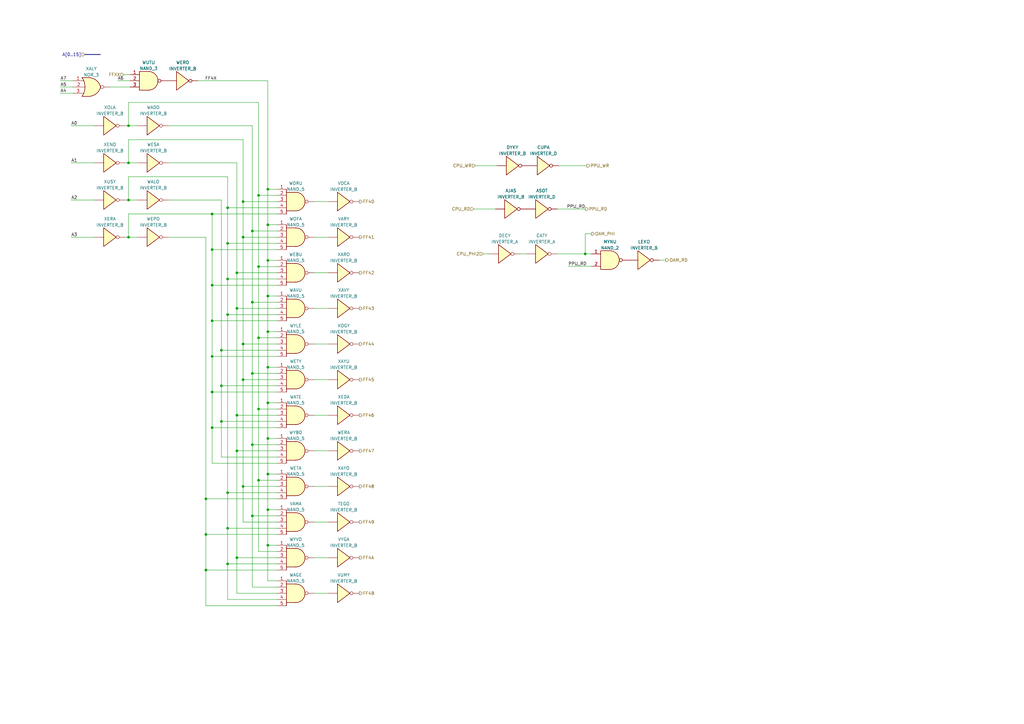
<source format=kicad_sch>
(kicad_sch (version 20211123) (generator eeschema)
  (paper "A3")
  (title_block (title "DMG CPU B") (date "2022-05-02") (rev "0") (company "CC-BY-SA-4.0 Régis Galland & Michael Singer -- Derived work from Furrtek") (comment 1 "https://github.com/msinger/dmg-schematics"))
  (lib_symbols
    (symbol "DMG_CPU_Cells:INVERTER_A" (pin_numbers hide) (pin_names hide)
      (property "Reference" "U?" (at 0 5.08 0))
      (property "Value" "INVERTER_A" (at 0 -5.08 0))
      (symbol "INVERTER_A_1_0"
        (polyline (pts (xy -2.54 3.81) (xy -2.54 -3.81) (xy 2.54 0) (xy -2.54 3.81)) (stroke (width 0.254)) (fill (type background)))
        (pin input line (at -6.35 0 0) (length 3.81) (name "~") (number "1"))
        (pin output inverted (at 6.35 0 180) (length 3.81) (name "~") (number "2"))
      )
    )
    (symbol "DMG_CPU_Cells:INVERTER_B" (pin_numbers hide) (pin_names hide)
      (property "Reference" "U?" (at 0 5.08 0))
      (property "Value" "INVERTER_B" (at 0 -5.08 0))
      (symbol "INVERTER_B_1_0"
        (polyline (pts (xy -2.54 3.81) (xy -2.54 -3.81) (xy 2.54 0) (xy -2.54 3.81)) (stroke (width 0.254)) (fill (type background)))
        (pin input line (at -6.35 0 0) (length 3.81) (name "~") (number "1"))
        (pin output inverted (at 6.35 0 180) (length 3.81) (name "~") (number "2"))
      )
    )
    (symbol "DMG_CPU_Cells:INVERTER_D" (pin_numbers hide) (pin_names hide)
      (property "Reference" "U?" (at 0 5.08 0))
      (property "Value" "INVERTER_D" (at 0 -5.08 0))
      (symbol "INVERTER_D_1_0"
        (polyline (pts (xy -2.54 3.81) (xy -2.54 -3.81) (xy 2.54 0) (xy -2.54 3.81)) (stroke (width 0.254)) (fill (type background)))
        (pin input line (at -6.35 0 0) (length 3.81) (name "~") (number "1"))
        (pin output inverted (at 6.35 0 180) (length 3.81) (name "~") (number "2"))
      )
    )
    (symbol "DMG_CPU_Cells:NAND_2" (pin_names hide)
      (property "Reference" "U" (at 0 5.08 0))
      (property "Value" "NAND_2" (at 0 -5.08 0))
      (symbol "NAND_2_1_1"
        (arc (start 0 -3.81) (mid 3.81 0) (end 0 3.81) (stroke (width 0.254)) (fill (type background)))
        (polyline (pts (xy 0 3.81) (xy -3.81 3.81) (xy -3.81 -3.81) (xy 0 -3.81)) (stroke (width 0.254)) (fill (type background)))
        (pin input line (at -7.62 2.54 0) (length 3.81) (name "~") (number "1"))
        (pin input line (at -7.62 -2.54 0) (length 3.81) (name "~") (number "2"))
        (pin output inverted (at 7.62 0 180) (length 3.81) (name "~") (number "3"))
      )
    )
    (symbol "DMG_CPU_Cells:NAND_3" (pin_names hide)
      (property "Reference" "U" (at 0 5.08 0))
      (property "Value" "NAND_3" (at 0 -5.08 0))
      (symbol "NAND_3_1_1"
        (arc (start 0 -3.81) (mid 3.81 0) (end 0 3.81) (stroke (width 0.254)) (fill (type background)))
        (polyline (pts (xy 0 3.81) (xy -3.81 3.81) (xy -3.81 -3.81) (xy 0 -3.81)) (stroke (width 0.254)) (fill (type background)))
        (pin input line (at -7.62 2.54 0) (length 3.81) (name "~") (number "1"))
        (pin input line (at -7.62 0 0) (length 3.81) (name "~") (number "2"))
        (pin input line (at -7.62 -2.54 0) (length 3.81) (name "~") (number "3"))
        (pin output inverted (at 7.62 0 180) (length 3.81) (name "~") (number "4"))
      )
    )
    (symbol "DMG_CPU_Cells:NAND_5" (pin_names hide)
      (property "Reference" "U" (at 0 6.35 0))
      (property "Value" "NAND_5" (at 0 -6.35 0))
      (symbol "NAND_5_1_1"
        (arc (start 0 -3.81) (mid 3.81 0) (end 0 3.81) (stroke (width 0.254)) (fill (type background)))
        (polyline (pts (xy -3.81 -3.81) (xy -3.81 -5.08)) (stroke (width 0.254)) (fill (type background)))
        (polyline (pts (xy -3.81 5.08) (xy -3.81 3.81)) (stroke (width 0.254)) (fill (type background)))
        (polyline (pts (xy 0 3.81) (xy -3.81 3.81) (xy -3.81 -3.81) (xy 0 -3.81)) (stroke (width 0.254)) (fill (type background)))
        (pin input line (at -7.62 5.08 0) (length 3.81) (name "~") (number "1"))
        (pin input line (at -7.62 2.54 0) (length 3.81) (name "~") (number "2"))
        (pin input line (at -7.62 0 0) (length 3.81) (name "~") (number "3"))
        (pin input line (at -7.62 -2.54 0) (length 3.81) (name "~") (number "4"))
        (pin input line (at -7.62 -5.08 0) (length 3.81) (name "~") (number "5"))
        (pin output inverted (at 7.62 0 180) (length 3.81) (name "~") (number "6"))
      )
    )
    (symbol "DMG_CPU_Cells:NOR_3" (pin_names hide)
      (property "Reference" "U" (at 0 5.08 0))
      (property "Value" "NOR_3" (at 0 -5.08 0))
      (symbol "NOR_3_1_1"
        (arc (start -3.8102 -3.81) (mid -2.5892 0) (end -3.8102 3.81) (stroke (width 0.254)))
        (arc (start -0.6098 -3.81) (mid 2.1853 -2.584) (end 3.8098 0) (stroke (width 0.254)) (fill (type background)))
        (polyline (pts (xy -3.8102 -3.81) (xy -0.6352 -3.81)) (stroke (width 0.254)) (fill (type background)))
        (polyline (pts (xy -3.8102 3.81) (xy -0.6352 3.81)) (stroke (width 0.254)) (fill (type background)))
        (polyline (pts (xy -0.6352 3.81) (xy -3.8102 3.81) (xy -3.8102 3.81) (xy -3.5562 3.4036) (xy -3.0228 2.2606) (xy -2.6926 1.0414) (xy -2.6164 -0.254) (xy -2.7688 -1.4986) (xy -3.1752 -2.7178) (xy -3.8102 -3.81) (xy -3.8102 -3.81) (xy -0.6352 -3.81)) (stroke (width -25.4)) (fill (type background)))
        (arc (start 3.8098 0) (mid 2.1926 2.5925) (end -0.6098 3.81) (stroke (width 0.254)) (fill (type background)))
        (pin input line (at -7.62 2.54 0) (length 4.4) (name "~") (number "1"))
        (pin input line (at -7.62 0 0) (length 4.9) (name "~") (number "2"))
        (pin input line (at -7.62 -2.54 0) (length 4.4) (name "~") (number "3"))
        (pin output inverted (at 7.62 0 180) (length 3.81) (name "~") (number "4"))
      )
    )
  )
  (junction (at 52.705 82.042))
  (junction (at 106.045 196.977))
  (junction (at 86.995 160.782))
  (junction (at 86.995 146.177))
  (junction (at 99.695 141.097))
  (junction (at 109.855 209.042))
  (junction (at 84.455 204.597))
  (junction (at 109.855 194.437))
  (junction (at 106.045 80.137))
  (junction (at 103.505 94.742))
  (junction (at 86.995 175.387))
  (junction (at 97.155 111.887))
  (junction (at 109.855 77.597))
  (junction (at 84.455 219.202))
  (junction (at 84.455 233.807))
  (junction (at 97.155 228.727))
  (junction (at 109.855 92.202))
  (junction (at 109.855 106.807))
  (junction (at 93.345 85.217))
  (junction (at 99.695 199.517))
  (junction (at 106.045 167.767))
  (junction (at 93.345 202.057))
  (junction (at 109.855 223.647))
  (junction (at 109.855 136.017))
  (junction (at 86.995 87.757))
  (junction (at 93.345 114.427))
  (junction (at 93.345 231.267))
  (junction (at 52.705 66.802))
  (junction (at 97.155 184.912))
  (junction (at 103.505 182.372))
  (junction (at 90.805 172.847))
  (junction (at 86.995 102.362))
  (junction (at 109.855 165.227))
  (junction (at 109.855 179.832))
  (junction (at 52.705 51.562))
  (junction (at 99.695 155.702))
  (junction (at 103.505 123.952))
  (junction (at 90.805 158.242))
  (junction (at 103.505 211.582))
  (junction (at 106.045 109.347))
  (junction (at 93.345 216.662))
  (junction (at 86.995 131.572))
  (junction (at 52.705 97.282))
  (junction (at 109.855 150.622))
  (junction (at 97.155 126.492))
  (junction (at 86.995 116.967))
  (junction (at 106.045 138.557))
  (junction (at 103.505 153.162))
  (junction (at 93.345 129.032))
  (junction (at 109.855 121.412))
  (junction (at 99.695 97.282))
  (junction (at 93.345 99.822))
  (junction (at 97.155 170.307))
  (junction (at 99.695 82.677))
  (junction (at 90.805 143.637))
  (junction (at 240.03 104.14))
  (wire (pts (xy 86.995 116.967) (xy 86.995 131.572)))
  (wire (pts (xy 109.855 106.807) (xy 113.665 106.807)))
  (wire (pts (xy 86.995 87.757) (xy 86.995 102.362)))
  (wire (pts (xy 109.855 194.437) (xy 109.855 209.042)))
  (wire (pts (xy 109.855 209.042) (xy 113.665 209.042)))
  (wire (pts (xy 51.435 51.562) (xy 52.705 51.562)))
  (wire (pts (xy 84.455 233.807) (xy 113.665 233.807)))
  (wire (pts (xy 109.855 77.597) (xy 113.665 77.597)))
  (wire (pts (xy 90.805 158.242) (xy 90.805 172.847)))
  (wire (pts (xy 97.155 243.332) (xy 113.665 243.332)))
  (wire (pts (xy 109.855 33.147) (xy 109.855 77.597)))
  (wire (pts (xy 90.805 82.042) (xy 90.805 143.637)))
  (wire (pts (xy 134.62 170.307) (xy 128.905 170.307)))
  (wire (pts (xy 56.515 51.562) (xy 52.705 51.562)))
  (wire (pts (xy 29.21 51.562) (xy 38.735 51.562)))
  (wire (pts (xy 84.455 233.807) (xy 84.455 248.412)))
  (wire (pts (xy 99.695 97.282) (xy 99.695 141.097)))
  (wire (pts (xy 109.855 194.437) (xy 113.665 194.437)))
  (wire (pts (xy 51.435 82.042) (xy 52.705 82.042)))
  (wire (pts (xy 240.665 67.945) (xy 229.235 67.945)))
  (wire (pts (xy 103.505 182.372) (xy 113.665 182.372)))
  (wire (pts (xy 51.435 97.282) (xy 52.705 97.282)))
  (wire (pts (xy 97.155 126.492) (xy 97.155 170.307)))
  (wire (pts (xy 93.345 99.822) (xy 93.345 114.427)))
  (wire (pts (xy 103.505 123.952) (xy 113.665 123.952)))
  (wire (pts (xy 90.805 158.242) (xy 113.665 158.242)))
  (wire (pts (xy 270.51 106.68) (xy 273.05 106.68)))
  (wire (pts (xy 109.855 106.807) (xy 109.855 121.412)))
  (wire (pts (xy 86.995 189.992) (xy 86.995 175.387)))
  (wire (pts (xy 109.855 209.042) (xy 109.855 223.647)))
  (wire (pts (xy 113.665 245.872) (xy 93.345 245.872)))
  (wire (pts (xy 134.62 155.702) (xy 128.905 155.702)))
  (wire (pts (xy 106.045 80.137) (xy 106.045 109.347)))
  (wire (pts (xy 86.995 160.782) (xy 86.995 175.387)))
  (wire (pts (xy 106.045 167.767) (xy 106.045 196.977)))
  (wire (pts (xy 113.665 196.977) (xy 106.045 196.977)))
  (wire (pts (xy 93.345 216.662) (xy 93.345 231.267)))
  (wire (pts (xy 106.045 226.187) (xy 113.665 226.187)))
  (wire (pts (xy 106.045 138.557) (xy 113.665 138.557)))
  (wire (pts (xy 48.26 33.147) (xy 53.34 33.147)))
  (wire (pts (xy 86.995 146.177) (xy 113.665 146.177)))
  (wire (pts (xy 109.855 136.017) (xy 113.665 136.017)))
  (wire (pts (xy 99.695 141.097) (xy 113.665 141.097)))
  (wire (pts (xy 109.855 238.252) (xy 113.665 238.252)))
  (wire (pts (xy 93.345 129.032) (xy 113.665 129.032)))
  (wire (pts (xy 90.805 143.637) (xy 113.665 143.637)))
  (wire (pts (xy 97.155 111.887) (xy 97.155 126.492)))
  (wire (pts (xy 51.435 66.802) (xy 52.705 66.802)))
  (wire (pts (xy 109.855 223.647) (xy 109.855 238.252)))
  (wire (pts (xy 134.62 97.282) (xy 128.905 97.282)))
  (wire (pts (xy 93.345 99.822) (xy 113.665 99.822)))
  (wire (pts (xy 29.21 82.042) (xy 38.735 82.042)))
  (wire (pts (xy 97.155 170.307) (xy 97.155 184.912)))
  (wire (pts (xy 90.805 143.637) (xy 90.805 158.242)))
  (wire (pts (xy 134.62 141.097) (xy 128.905 141.097)))
  (wire (pts (xy 86.995 131.572) (xy 113.665 131.572)))
  (wire (pts (xy 93.345 114.427) (xy 113.665 114.427)))
  (wire (pts (xy 134.62 126.492) (xy 128.905 126.492)))
  (wire (pts (xy 213.36 104.14) (xy 215.9 104.14)))
  (wire (pts (xy 109.855 150.622) (xy 113.665 150.622)))
  (wire (pts (xy 134.62 82.677) (xy 128.905 82.677)))
  (wire (pts (xy 84.455 219.202) (xy 84.455 233.807)))
  (wire (pts (xy 134.62 111.887) (xy 128.905 111.887)))
  (wire (pts (xy 99.695 141.097) (xy 99.695 155.702)))
  (wire (pts (xy 233.045 109.22) (xy 242.57 109.22)))
  (wire (pts (xy 109.855 179.832) (xy 113.665 179.832)))
  (wire (pts (xy 86.995 146.177) (xy 86.995 160.782)))
  (wire (pts (xy 103.505 123.952) (xy 103.505 153.162)))
  (wire (pts (xy 45.085 35.687) (xy 53.34 35.687)))
  (wire (pts (xy 93.345 245.872) (xy 93.345 231.267)))
  (wire (pts (xy 109.855 92.202) (xy 109.855 106.807)))
  (wire (pts (xy 134.62 199.517) (xy 128.905 199.517)))
  (wire (pts (xy 240.03 104.14) (xy 242.57 104.14)))
  (wire (pts (xy 93.345 129.032) (xy 93.345 202.057)))
  (wire (pts (xy 109.855 223.647) (xy 113.665 223.647)))
  (wire (pts (xy 106.045 196.977) (xy 106.045 226.187)))
  (wire (pts (xy 93.345 216.662) (xy 113.665 216.662)))
  (wire (pts (xy 24.765 38.227) (xy 29.845 38.227)))
  (wire (pts (xy 103.505 94.742) (xy 103.505 123.952)))
  (wire (pts (xy 93.345 85.217) (xy 93.345 99.822)))
  (wire (pts (xy 99.695 199.517) (xy 99.695 214.122)))
  (wire (pts (xy 106.045 42.037) (xy 106.045 80.137)))
  (wire (pts (xy 99.695 155.702) (xy 113.665 155.702)))
  (wire (pts (xy 97.155 184.912) (xy 113.665 184.912)))
  (wire (pts (xy 103.505 182.372) (xy 103.505 211.582)))
  (wire (pts (xy 56.515 97.282) (xy 52.705 97.282)))
  (wire (pts (xy 69.215 97.282) (xy 84.455 97.282)))
  (wire (pts (xy 106.045 167.767) (xy 113.665 167.767)))
  (wire (pts (xy 86.995 160.782) (xy 113.665 160.782)))
  (wire (pts (xy 52.705 57.277) (xy 99.695 57.277)))
  (wire (pts (xy 90.805 172.847) (xy 90.805 187.452)))
  (wire (pts (xy 97.155 66.802) (xy 97.155 111.887)))
  (wire (pts (xy 99.695 199.517) (xy 113.665 199.517)))
  (wire (pts (xy 93.345 72.517) (xy 93.345 85.217)))
  (wire (pts (xy 50.8 30.607) (xy 53.34 30.607)))
  (wire (pts (xy 106.045 80.137) (xy 113.665 80.137)))
  (wire (pts (xy 97.155 228.727) (xy 113.665 228.727)))
  (wire (pts (xy 69.215 51.562) (xy 103.505 51.562)))
  (wire (pts (xy 24.765 35.687) (xy 29.845 35.687)))
  (wire (pts (xy 109.855 165.227) (xy 109.855 179.832)))
  (wire (pts (xy 52.705 87.757) (xy 86.995 87.757)))
  (wire (pts (xy 99.695 82.677) (xy 113.665 82.677)))
  (wire (pts (xy 52.705 87.757) (xy 52.705 97.282)))
  (wire (pts (xy 134.62 243.332) (xy 128.905 243.332)))
  (wire (pts (xy 134.62 184.912) (xy 128.905 184.912)))
  (wire (pts (xy 86.995 102.362) (xy 86.995 116.967)))
  (wire (pts (xy 109.855 77.597) (xy 109.855 92.202)))
  (wire (pts (xy 29.21 66.802) (xy 38.735 66.802)))
  (wire (pts (xy 93.345 202.057) (xy 113.665 202.057)))
  (wire (pts (xy 106.045 138.557) (xy 106.045 167.767)))
  (wire (pts (xy 106.045 109.347) (xy 113.665 109.347)))
  (wire (pts (xy 103.505 94.742) (xy 113.665 94.742)))
  (wire (pts (xy 90.805 172.847) (xy 113.665 172.847)))
  (wire (pts (xy 198.12 104.14) (xy 200.66 104.14)))
  (wire (pts (xy 86.995 87.757) (xy 113.665 87.757)))
  (wire (pts (xy 97.155 111.887) (xy 113.665 111.887)))
  (wire (pts (xy 93.345 202.057) (xy 93.345 216.662)))
  (wire (pts (xy 90.805 187.452) (xy 113.665 187.452)))
  (wire (pts (xy 109.855 165.227) (xy 113.665 165.227)))
  (wire (pts (xy 113.665 175.387) (xy 86.995 175.387)))
  (wire (pts (xy 29.21 97.282) (xy 38.735 97.282)))
  (wire (pts (xy 106.045 109.347) (xy 106.045 138.557)))
  (wire (pts (xy 109.855 179.832) (xy 109.855 194.437)))
  (wire (pts (xy 97.155 228.727) (xy 97.155 243.332)))
  (wire (pts (xy 103.505 240.792) (xy 113.665 240.792)))
  (wire (pts (xy 242.57 95.885) (xy 240.03 95.885)))
  (wire (pts (xy 103.505 153.162) (xy 103.505 182.372)))
  (wire (pts (xy 56.515 82.042) (xy 52.705 82.042)))
  (wire (pts (xy 99.695 97.282) (xy 113.665 97.282)))
  (wire (pts (xy 86.995 116.967) (xy 113.665 116.967)))
  (wire (pts (xy 81.28 33.147) (xy 109.855 33.147)))
  (wire (pts (xy 103.505 51.562) (xy 103.505 94.742)))
  (wire (pts (xy 52.705 51.562) (xy 52.705 42.037)))
  (wire (pts (xy 134.62 214.122) (xy 128.905 214.122)))
  (wire (pts (xy 86.995 102.362) (xy 113.665 102.362)))
  (wire (pts (xy 103.505 211.582) (xy 113.665 211.582)))
  (wire (pts (xy 84.455 97.282) (xy 84.455 204.597)))
  (wire (pts (xy 93.345 114.427) (xy 93.345 129.032)))
  (wire (pts (xy 103.505 153.162) (xy 113.665 153.162)))
  (wire (pts (xy 240.03 85.725) (xy 228.6 85.725)))
  (wire (pts (xy 99.695 57.277) (xy 99.695 82.677)))
  (wire (pts (xy 84.455 248.412) (xy 113.665 248.412)))
  (wire (pts (xy 109.855 121.412) (xy 113.665 121.412)))
  (wire (pts (xy 86.995 131.572) (xy 86.995 146.177)))
  (wire (pts (xy 52.705 66.802) (xy 52.705 57.277)))
  (wire (pts (xy 69.215 66.802) (xy 97.155 66.802)))
  (wire (pts (xy 99.695 155.702) (xy 99.695 199.517)))
  (wire (pts (xy 99.695 82.677) (xy 99.695 97.282)))
  (wire (pts (xy 24.765 33.147) (xy 29.845 33.147)))
  (wire (pts (xy 113.665 231.267) (xy 93.345 231.267)))
  (wire (pts (xy 52.705 42.037) (xy 106.045 42.037)))
  (wire (pts (xy 56.515 66.802) (xy 52.705 66.802)))
  (wire (pts (xy 103.505 211.582) (xy 103.505 240.792)))
  (wire (pts (xy 93.345 85.217) (xy 113.665 85.217)))
  (wire (pts (xy 97.155 170.307) (xy 113.665 170.307)))
  (wire (pts (xy 97.155 184.912) (xy 97.155 228.727)))
  (wire (pts (xy 84.455 204.597) (xy 84.455 219.202)))
  (wire (pts (xy 109.855 150.622) (xy 109.855 165.227)))
  (wire (pts (xy 52.705 72.517) (xy 93.345 72.517)))
  (bus (pts (xy 34.798 22.352) (xy 41.148 22.352)))
  (wire (pts (xy 109.855 136.017) (xy 109.855 150.622)))
  (wire (pts (xy 84.455 204.597) (xy 113.665 204.597)))
  (wire (pts (xy 69.215 82.042) (xy 90.805 82.042)))
  (wire (pts (xy 97.155 126.492) (xy 113.665 126.492)))
  (wire (pts (xy 52.705 82.042) (xy 52.705 72.517)))
  (wire (pts (xy 194.31 85.725) (xy 203.2 85.725)))
  (wire (pts (xy 240.03 95.885) (xy 240.03 104.14)))
  (wire (pts (xy 194.945 67.945) (xy 203.835 67.945)))
  (wire (pts (xy 99.695 214.122) (xy 113.665 214.122)))
  (wire (pts (xy 134.62 228.727) (xy 128.905 228.727)))
  (wire (pts (xy 113.665 189.992) (xy 86.995 189.992)))
  (wire (pts (xy 109.855 92.202) (xy 113.665 92.202)))
  (wire (pts (xy 84.455 219.202) (xy 113.665 219.202)))
  (wire (pts (xy 109.855 121.412) (xy 109.855 136.017)))
  (wire (pts (xy 240.03 104.14) (xy 228.6 104.14)))
  (label "A4" (at 24.765 38.227 0))
  (label "A5" (at 24.765 35.687 0))
  (label "A3" (at 29.21 97.282 0))
  (label "A6" (at 48.26 33.147 0))
  (label "A7" (at 24.765 33.147 0))
  (label "A2" (at 29.21 82.042 0))
  (label "PPU_RD" (at 240.03 85.725 180))
  (label "A1" (at 29.21 66.802 0))
  (label "A0" (at 29.21 51.562 0))
  (label "PPU_RD" (at 233.045 109.22 0))
  (label "FF4X" (at 88.9 33.147 180))
  (hierarchical_label "CPU_WR" (shape input) (at 194.945 67.945 180))
  (hierarchical_label "FF46" (shape output) (at 147.32 170.307 0))
  (hierarchical_label "PPU_RD" (shape output) (at 240.03 85.725 0))
  (hierarchical_label "FF45" (shape output) (at 147.32 155.702 0))
  (hierarchical_label "FF47" (shape output) (at 147.32 184.912 0))
  (hierarchical_label "FF43" (shape output) (at 147.32 126.492 0))
  (hierarchical_label "FF4B" (shape output) (at 147.32 243.332 0))
  (hierarchical_label "FF44" (shape output) (at 147.32 141.097 0))
  (hierarchical_label "FF40" (shape output) (at 147.32 82.677 0))
  (hierarchical_label "A[0..15]" (shape input) (at 34.798 22.352 180))
  (hierarchical_label "PPU_WR" (shape output) (at 240.665 67.945 0))
  (hierarchical_label "FF41" (shape output) (at 147.32 97.282 0))
  (hierarchical_label "FF48" (shape output) (at 147.32 199.517 0))
  (hierarchical_label "OAM_RD" (shape output) (at 273.05 106.68 0))
  (hierarchical_label "FF4A" (shape output) (at 147.32 228.727 0))
  (hierarchical_label "CPU_RD" (shape input) (at 194.31 85.725 180))
  (hierarchical_label "FFXX" (shape input) (at 50.8 30.607 180))
  (hierarchical_label "OAM_PHI" (shape output) (at 242.57 95.885 0))
  (hierarchical_label "CPU_PHI2" (shape input) (at 198.12 104.14 180))
  (hierarchical_label "FF42" (shape output) (at 147.32 111.887 0))
  (hierarchical_label "FF49" (shape output) (at 147.32 214.122 0))
  (symbol (lib_id "DMG_CPU_Cells:INVERTER_A") (at 222.25 104.14 0) (unit 1)
    (property "Reference" "CATY" (at 222.25 96.6302 0))
    (property "Value" "INVERTER_A" (at 222.25 99.1671 0))
    (property "Datasheet" "http://iceboy.a-singer.de/doc/dmg_cells.html#inv_a" (effects hide))
  )
  (symbol (lib_id "DMG_CPU_Cells:INVERTER_B") (at 140.97 214.122 0) (unit 1)
    (property "Reference" "TEGO" (at 140.97 206.6122 0))
    (property "Value" "INVERTER_B" (at 140.97 209.1491 0))
    (property "Datasheet" "http://iceboy.a-singer.de/doc/dmg_cells.html#inv_b" (effects hide))
  )
  (symbol (lib_id "DMG_CPU_Cells:NOR_3") (at 37.465 35.687 0) (unit 1)
    (property "Reference" "XALY" (at 37.4648 28.1772 0))
    (property "Value" "NOR_3" (at 37.4648 30.7141 0))
    (property "Datasheet" "http://iceboy.a-singer.de/doc/dmg_cells.html#nor3" (effects hide))
  )
  (symbol (lib_id "DMG_CPU_Cells:INVERTER_B") (at 140.97 82.677 0) (unit 1)
    (property "Reference" "VOCA" (at 140.97 75.1672 0))
    (property "Value" "INVERTER_B" (at 140.97 77.7041 0))
    (property "Datasheet" "http://iceboy.a-singer.de/doc/dmg_cells.html#inv_b" (effects hide))
  )
  (symbol (lib_id "DMG_CPU_Cells:INVERTER_B") (at 140.97 97.282 0) (unit 1)
    (property "Reference" "VARY" (at 140.97 89.7722 0))
    (property "Value" "INVERTER_B" (at 140.97 92.3091 0))
    (property "Datasheet" "http://iceboy.a-singer.de/doc/dmg_cells.html#inv_b" (effects hide))
  )
  (symbol (lib_id "DMG_CPU_Cells:INVERTER_B") (at 74.93 33.147 0) (unit 1)
    (property "Reference" "WERO" (at 74.93 25.6372 0))
    (property "Value" "INVERTER_B" (at 74.93 28.1741 0))
    (property "Datasheet" "http://iceboy.a-singer.de/doc/dmg_cells.html#inv_b" (effects hide))
  )
  (symbol (lib_id "DMG_CPU_Cells:INVERTER_B") (at 62.865 66.802 0) (unit 1)
    (property "Reference" "WESA" (at 62.865 59.2922 0))
    (property "Value" "INVERTER_B" (at 62.865 61.8291 0))
    (property "Datasheet" "http://iceboy.a-singer.de/doc/dmg_cells.html#inv_b" (effects hide))
  )
  (symbol (lib_id "DMG_CPU_Cells:NAND_5") (at 121.285 199.517 0) (unit 1)
    (property "Reference" "WETA" (at 121.285 192.0072 0))
    (property "Value" "NAND_5" (at 121.285 194.437 0))
    (property "Datasheet" "http://iceboy.a-singer.de/doc/dmg_cells.html#nand5" (effects hide))
  )
  (symbol (lib_id "DMG_CPU_Cells:INVERTER_B") (at 140.97 111.887 0) (unit 1)
    (property "Reference" "XARO" (at 140.97 104.3772 0))
    (property "Value" "INVERTER_B" (at 140.97 106.9141 0))
    (property "Datasheet" "http://iceboy.a-singer.de/doc/dmg_cells.html#inv_b" (effects hide))
  )
  (symbol (lib_id "DMG_CPU_Cells:NAND_2") (at 250.19 106.68 0) (unit 1)
    (property "Reference" "MYNU" (at 250.19 99.1702 0))
    (property "Value" "NAND_2" (at 250.19 101.7071 0))
    (property "Datasheet" "http://iceboy.a-singer.de/doc/dmg_cells.html#nand2" (effects hide))
  )
  (symbol (lib_id "DMG_CPU_Cells:INVERTER_D") (at 222.885 67.945 0) (unit 1)
    (property "Reference" "CUPA" (at 222.885 60.4352 0))
    (property "Value" "INVERTER_D" (at 222.885 62.9721 0))
    (property "Datasheet" "http://iceboy.a-singer.de/doc/dmg_cells.html#inv_d" (effects hide))
  )
  (symbol (lib_id "DMG_CPU_Cells:NAND_5") (at 121.285 82.677 0) (unit 1)
    (property "Reference" "WORU" (at 121.285 75.1672 0))
    (property "Value" "NAND_5" (at 121.285 77.597 0))
    (property "Datasheet" "http://iceboy.a-singer.de/doc/dmg_cells.html#nand5" (effects hide))
  )
  (symbol (lib_id "DMG_CPU_Cells:INVERTER_D") (at 222.25 85.725 0) (unit 1)
    (property "Reference" "ASOT" (at 222.25 78.2152 0))
    (property "Value" "INVERTER_D" (at 222.25 80.7521 0))
    (property "Datasheet" "http://iceboy.a-singer.de/doc/dmg_cells.html#inv_d" (effects hide))
  )
  (symbol (lib_id "DMG_CPU_Cells:INVERTER_B") (at 140.97 199.517 0) (unit 1)
    (property "Reference" "XAYO" (at 140.97 192.0072 0))
    (property "Value" "INVERTER_B" (at 140.97 194.5441 0))
    (property "Datasheet" "http://iceboy.a-singer.de/doc/dmg_cells.html#inv_b" (effects hide))
  )
  (symbol (lib_id "DMG_CPU_Cells:NAND_5") (at 121.285 228.727 0) (unit 1)
    (property "Reference" "WYVO" (at 121.285 221.2172 0))
    (property "Value" "NAND_5" (at 121.285 223.647 0))
    (property "Datasheet" "http://iceboy.a-singer.de/doc/dmg_cells.html#nand5" (effects hide))
  )
  (symbol (lib_id "DMG_CPU_Cells:INVERTER_A") (at 207.01 104.14 0) (unit 1)
    (property "Reference" "DECY" (at 207.01 96.6302 0))
    (property "Value" "INVERTER_A" (at 207.01 99.1671 0))
    (property "Datasheet" "http://iceboy.a-singer.de/doc/dmg_cells.html#inv_a" (effects hide))
  )
  (symbol (lib_id "DMG_CPU_Cells:NAND_5") (at 121.285 141.097 0) (unit 1)
    (property "Reference" "WYLE" (at 121.285 133.5872 0))
    (property "Value" "NAND_5" (at 121.285 136.017 0))
    (property "Datasheet" "http://iceboy.a-singer.de/doc/dmg_cells.html#nand5" (effects hide))
  )
  (symbol (lib_id "DMG_CPU_Cells:NAND_5") (at 121.285 243.332 0) (unit 1)
    (property "Reference" "WAGE" (at 121.285 235.8222 0))
    (property "Value" "NAND_5" (at 121.285 238.252 0))
    (property "Datasheet" "http://iceboy.a-singer.de/doc/dmg_cells.html#nand5" (effects hide))
  )
  (symbol (lib_id "DMG_CPU_Cells:NAND_5") (at 121.285 97.282 0) (unit 1)
    (property "Reference" "WOFA" (at 121.285 89.7722 0))
    (property "Value" "NAND_5" (at 121.285 92.202 0))
    (property "Datasheet" "http://iceboy.a-singer.de/doc/dmg_cells.html#nand5" (effects hide))
  )
  (symbol (lib_id "DMG_CPU_Cells:INVERTER_B") (at 62.865 82.042 0) (unit 1)
    (property "Reference" "WALO" (at 62.865 74.5322 0))
    (property "Value" "INVERTER_B" (at 62.865 77.0691 0))
    (property "Datasheet" "http://iceboy.a-singer.de/doc/dmg_cells.html#inv_b" (effects hide))
  )
  (symbol (lib_id "DMG_CPU_Cells:NAND_5") (at 121.285 170.307 0) (unit 1)
    (property "Reference" "WATE" (at 121.285 162.7972 0))
    (property "Value" "NAND_5" (at 121.285 165.227 0))
    (property "Datasheet" "http://iceboy.a-singer.de/doc/dmg_cells.html#nand5" (effects hide))
  )
  (symbol (lib_id "DMG_CPU_Cells:INVERTER_B") (at 140.97 243.332 0) (unit 1)
    (property "Reference" "VUMY" (at 140.97 235.8222 0))
    (property "Value" "INVERTER_B" (at 140.97 238.3591 0))
    (property "Datasheet" "http://iceboy.a-singer.de/doc/dmg_cells.html#inv_b" (effects hide))
  )
  (symbol (lib_id "DMG_CPU_Cells:INVERTER_B") (at 209.55 85.725 0) (unit 1)
    (property "Reference" "AJAS" (at 209.55 78.2152 0))
    (property "Value" "INVERTER_B" (at 209.55 80.7521 0))
    (property "Datasheet" "http://iceboy.a-singer.de/doc/dmg_cells.html#inv_b" (effects hide))
  )
  (symbol (lib_id "DMG_CPU_Cells:INVERTER_B") (at 140.97 155.702 0) (unit 1)
    (property "Reference" "XAYU" (at 140.97 148.1922 0))
    (property "Value" "INVERTER_B" (at 140.97 150.7291 0))
    (property "Datasheet" "http://iceboy.a-singer.de/doc/dmg_cells.html#inv_b" (effects hide))
  )
  (symbol (lib_id "DMG_CPU_Cells:NAND_3") (at 60.96 33.147 0) (unit 1)
    (property "Reference" "WUTU" (at 60.96 25.6372 0))
    (property "Value" "NAND_3" (at 60.96 28.067 0))
    (property "Datasheet" "http://iceboy.a-singer.de/doc/dmg_cells.html#nand3" (effects hide))
  )
  (symbol (lib_id "DMG_CPU_Cells:INVERTER_B") (at 210.185 67.945 0) (unit 1)
    (property "Reference" "DYKY" (at 210.185 60.4352 0))
    (property "Value" "INVERTER_B" (at 210.185 62.9721 0))
    (property "Datasheet" "http://iceboy.a-singer.de/doc/dmg_cells.html#inv_b" (effects hide))
  )
  (symbol (lib_id "DMG_CPU_Cells:INVERTER_B") (at 140.97 228.727 0) (unit 1)
    (property "Reference" "VYGA" (at 140.97 221.2172 0))
    (property "Value" "INVERTER_B" (at 140.97 223.7541 0))
    (property "Datasheet" "http://iceboy.a-singer.de/doc/dmg_cells.html#inv_b" (effects hide))
  )
  (symbol (lib_id "DMG_CPU_Cells:NAND_5") (at 121.285 214.122 0) (unit 1)
    (property "Reference" "VAMA" (at 121.285 206.6122 0))
    (property "Value" "NAND_5" (at 121.285 209.042 0))
    (property "Datasheet" "http://iceboy.a-singer.de/doc/dmg_cells.html#nand5" (effects hide))
  )
  (symbol (lib_id "DMG_CPU_Cells:INVERTER_B") (at 45.085 97.282 0) (unit 1)
    (property "Reference" "XERA" (at 45.085 89.7722 0))
    (property "Value" "INVERTER_B" (at 45.085 92.3091 0))
    (property "Datasheet" "http://iceboy.a-singer.de/doc/dmg_cells.html#inv_b" (effects hide))
  )
  (symbol (lib_id "DMG_CPU_Cells:INVERTER_B") (at 140.97 141.097 0) (unit 1)
    (property "Reference" "XOGY" (at 140.97 133.5872 0))
    (property "Value" "INVERTER_B" (at 140.97 136.1241 0))
    (property "Datasheet" "http://iceboy.a-singer.de/doc/dmg_cells.html#inv_b" (effects hide))
  )
  (symbol (lib_id "DMG_CPU_Cells:INVERTER_B") (at 264.16 106.68 0) (unit 1)
    (property "Reference" "LEKO" (at 264.16 99.1702 0))
    (property "Value" "INVERTER_B" (at 264.16 101.7071 0))
    (property "Datasheet" "http://iceboy.a-singer.de/doc/dmg_cells.html#inv_b" (effects hide))
  )
  (symbol (lib_id "DMG_CPU_Cells:INVERTER_B") (at 62.865 97.282 0) (unit 1)
    (property "Reference" "WEPO" (at 62.865 89.7722 0))
    (property "Value" "INVERTER_B" (at 62.865 92.3091 0))
    (property "Datasheet" "http://iceboy.a-singer.de/doc/dmg_cells.html#inv_b" (effects hide))
  )
  (symbol (lib_id "DMG_CPU_Cells:INVERTER_B") (at 140.97 126.492 0) (unit 1)
    (property "Reference" "XAVY" (at 140.97 118.9822 0))
    (property "Value" "INVERTER_B" (at 140.97 121.5191 0))
    (property "Datasheet" "http://iceboy.a-singer.de/doc/dmg_cells.html#inv_b" (effects hide))
  )
  (symbol (lib_id "DMG_CPU_Cells:NAND_5") (at 121.285 155.702 0) (unit 1)
    (property "Reference" "WETY" (at 121.285 148.1922 0))
    (property "Value" "NAND_5" (at 121.285 150.622 0))
    (property "Datasheet" "http://iceboy.a-singer.de/doc/dmg_cells.html#nand5" (effects hide))
  )
  (symbol (lib_id "DMG_CPU_Cells:INVERTER_B") (at 62.865 51.562 0) (unit 1)
    (property "Reference" "WADO" (at 62.865 44.0522 0))
    (property "Value" "INVERTER_B" (at 62.865 46.5891 0))
    (property "Datasheet" "http://iceboy.a-singer.de/doc/dmg_cells.html#inv_b" (effects hide))
  )
  (symbol (lib_id "DMG_CPU_Cells:INVERTER_B") (at 45.085 66.802 0) (unit 1)
    (property "Reference" "XENO" (at 45.085 59.2922 0))
    (property "Value" "INVERTER_B" (at 45.085 61.8291 0))
    (property "Datasheet" "http://iceboy.a-singer.de/doc/dmg_cells.html#inv_b" (effects hide))
  )
  (symbol (lib_id "DMG_CPU_Cells:INVERTER_B") (at 45.085 51.562 0) (unit 1)
    (property "Reference" "XOLA" (at 45.085 44.0522 0))
    (property "Value" "INVERTER_B" (at 45.085 46.5891 0))
    (property "Datasheet" "http://iceboy.a-singer.de/doc/dmg_cells.html#inv_b" (effects hide))
  )
  (symbol (lib_id "DMG_CPU_Cells:NAND_5") (at 121.285 111.887 0) (unit 1)
    (property "Reference" "WEBU" (at 121.285 104.3772 0))
    (property "Value" "NAND_5" (at 121.285 106.807 0))
    (property "Datasheet" "http://iceboy.a-singer.de/doc/dmg_cells.html#nand5" (effects hide))
  )
  (symbol (lib_id "DMG_CPU_Cells:INVERTER_B") (at 45.085 82.042 0) (unit 1)
    (property "Reference" "XUSY" (at 45.085 74.5322 0))
    (property "Value" "INVERTER_B" (at 45.085 77.0691 0))
    (property "Datasheet" "http://iceboy.a-singer.de/doc/dmg_cells.html#inv_b" (effects hide))
  )
  (symbol (lib_id "DMG_CPU_Cells:NAND_5") (at 121.285 184.912 0) (unit 1)
    (property "Reference" "WYBO" (at 121.285 177.4022 0))
    (property "Value" "NAND_5" (at 121.285 179.832 0))
    (property "Datasheet" "http://iceboy.a-singer.de/doc/dmg_cells.html#nand5" (effects hide))
  )
  (symbol (lib_id "DMG_CPU_Cells:INVERTER_B") (at 140.97 184.912 0) (unit 1)
    (property "Reference" "WERA" (at 140.97 177.4022 0))
    (property "Value" "INVERTER_B" (at 140.97 179.9391 0))
    (property "Datasheet" "http://iceboy.a-singer.de/doc/dmg_cells.html#inv_b" (effects hide))
  )
  (symbol (lib_id "DMG_CPU_Cells:NAND_5") (at 121.285 126.492 0) (unit 1)
    (property "Reference" "WAVU" (at 121.285 118.9822 0))
    (property "Value" "NAND_5" (at 121.285 121.412 0))
    (property "Datasheet" "http://iceboy.a-singer.de/doc/dmg_cells.html#nand5" (effects hide))
  )
  (symbol (lib_id "DMG_CPU_Cells:INVERTER_B") (at 140.97 170.307 0) (unit 1)
    (property "Reference" "XEDA" (at 140.97 162.7972 0))
    (property "Value" "INVERTER_B" (at 140.97 165.3341 0))
    (property "Datasheet" "http://iceboy.a-singer.de/doc/dmg_cells.html#inv_b" (effects hide))
  )
)
</source>
